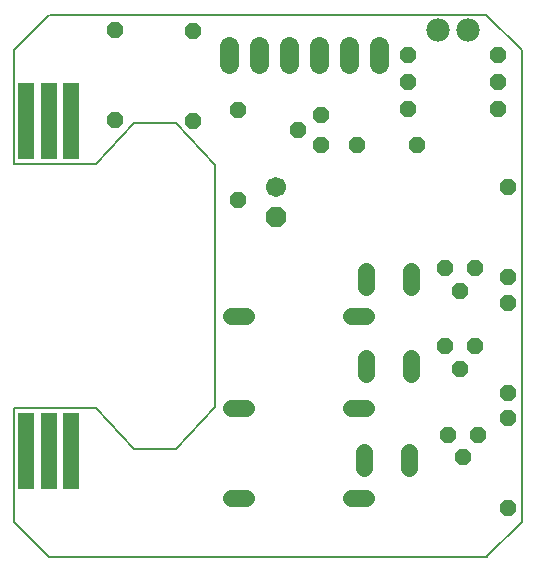
<source format=gbs>
G75*
%MOIN*%
%OFA0B0*%
%FSLAX25Y25*%
%IPPOS*%
%LPD*%
%AMOC8*
5,1,8,0,0,1.08239X$1,22.5*
%
%ADD10C,0.05600*%
%ADD11OC8,0.05600*%
%ADD12OC8,0.06700*%
%ADD13C,0.06700*%
%ADD14C,0.06337*%
%ADD15C,0.00600*%
%ADD16C,0.00500*%
%ADD17R,0.05200X0.25400*%
%ADD18R,0.04369X0.04369*%
%ADD19C,0.07800*%
D10*
X0077403Y0024875D02*
X0082603Y0024875D01*
X0082597Y0054867D02*
X0077397Y0054867D01*
X0077398Y0085498D02*
X0082598Y0085498D01*
X0117398Y0085498D02*
X0122598Y0085498D01*
X0122500Y0095400D02*
X0122500Y0100600D01*
X0137500Y0100600D02*
X0137500Y0095400D01*
X0137500Y0071600D02*
X0137500Y0066400D01*
X0122500Y0066400D02*
X0122500Y0071600D01*
X0122597Y0054867D02*
X0117397Y0054867D01*
X0122000Y0040100D02*
X0122000Y0034900D01*
X0122603Y0024875D02*
X0117403Y0024875D01*
X0137000Y0034900D02*
X0137000Y0040100D01*
D11*
X0150000Y0046000D03*
X0155000Y0038500D03*
X0160000Y0046000D03*
X0170000Y0051500D03*
X0170000Y0060000D03*
X0154000Y0068000D03*
X0149000Y0075500D03*
X0159000Y0075500D03*
X0170000Y0090000D03*
X0170000Y0098500D03*
X0159000Y0101500D03*
X0154000Y0094000D03*
X0149000Y0101500D03*
X0170000Y0128500D03*
X0166500Y0154500D03*
X0166500Y0163500D03*
X0166500Y0172500D03*
X0136500Y0172500D03*
X0136500Y0163500D03*
X0136500Y0154500D03*
X0139500Y0142500D03*
X0119500Y0142500D03*
X0107500Y0142500D03*
X0100000Y0147500D03*
X0107500Y0152500D03*
X0080042Y0154246D03*
X0064993Y0150757D03*
X0039043Y0150793D03*
X0039043Y0180793D03*
X0064993Y0180757D03*
X0080042Y0124246D03*
X0170000Y0021500D03*
D12*
X0092493Y0118634D03*
D13*
X0092493Y0128634D03*
D14*
X0097000Y0169531D02*
X0097000Y0175469D01*
X0087000Y0175469D02*
X0087000Y0169531D01*
X0077000Y0169531D02*
X0077000Y0175469D01*
X0107000Y0175469D02*
X0107000Y0169531D01*
X0117000Y0169531D02*
X0117000Y0175469D01*
X0127000Y0175469D02*
X0127000Y0169531D01*
D15*
X0005100Y0016911D02*
X0016911Y0005100D01*
X0005100Y0016911D02*
X0005100Y0055000D01*
X0032600Y0055000D01*
X0045100Y0041100D01*
X0059100Y0041100D01*
X0072100Y0055100D01*
X0072100Y0136021D01*
X0059100Y0150021D01*
X0045100Y0150021D01*
X0032600Y0136121D01*
X0005100Y0136121D01*
X0005100Y0174250D01*
X0016911Y0186061D01*
X0162580Y0186061D02*
X0174391Y0174250D01*
X0174391Y0016911D01*
X0162580Y0005100D01*
D16*
X0162726Y0005100D02*
X0017100Y0005100D01*
X0017100Y0186021D02*
X0162726Y0186021D01*
D17*
X0024300Y0150500D03*
X0016800Y0150500D03*
X0009300Y0150500D03*
X0009300Y0040500D03*
X0016800Y0040500D03*
X0024300Y0040500D03*
D18*
X0024300Y0030400D03*
X0016800Y0030400D03*
X0009300Y0030400D03*
X0009300Y0160900D03*
X0016800Y0160900D03*
X0024300Y0160900D03*
D19*
X0146500Y0181000D03*
X0156500Y0181000D03*
M02*

</source>
